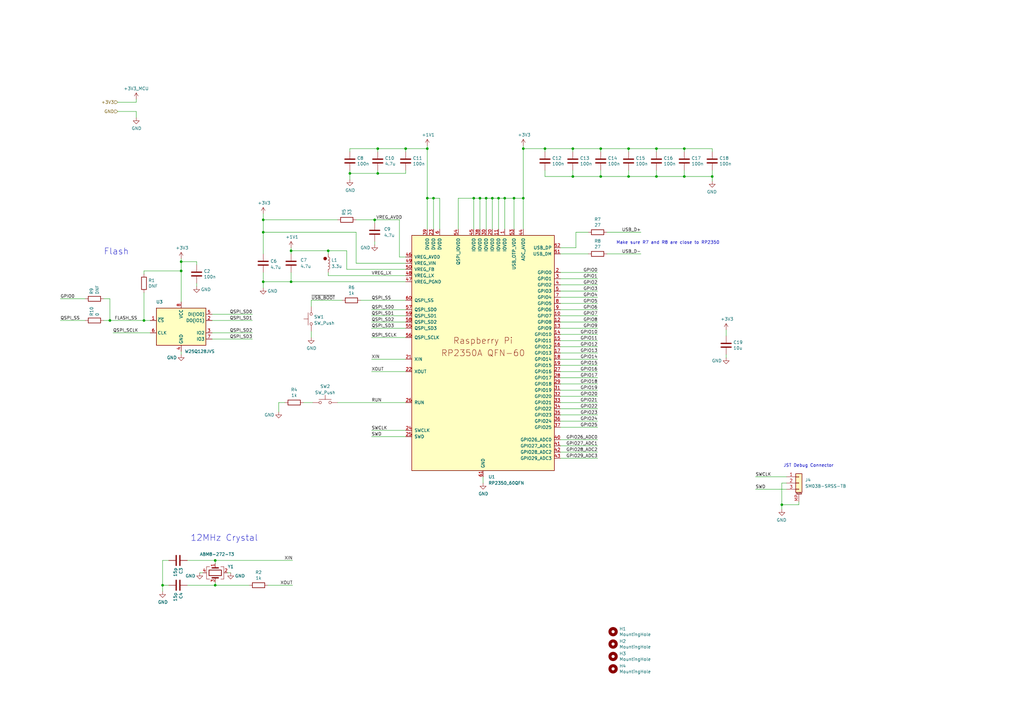
<source format=kicad_sch>
(kicad_sch (version 20250114) (generator "eeschema") (generator_version "9.0")
  (paper "A3")
  (title_block (title "RP2350A QFN-60 Minimal Design Example") (date "2024-07-01") (rev "REV3") (company "Raspberry Pi Ltd"))
  (lib_symbols
    (symbol "+3V3_1" (power) (pin_numbers (hide yes)) (pin_names (offset 0) (hide yes))
      (property "Value" "+3V3" (at 0 3.556 0))
      (symbol "+3V3_1_0_1"
        (polyline (pts (xy -0.762 1.27) (xy 0 2.54)))
        (polyline (pts (xy 0 2.54) (xy 0.762 1.27)))
        (polyline (pts (xy 0 0) (xy 0 2.54)))
      )
      (symbol "+3V3_1_1_1"
        (pin power_in line (at 0 0 90) (length 0) (name "~") (number "1"))
      )
    )
    (symbol "Connector_Generic_MountingPin:Conn_01x03_MountingPin" (pin_names (offset 1.016) (hide yes))
      (property "Reference" "J" (at 0 5.08 0))
      (property "Value" "Conn_01x03_MountingPin" (at 1.27 -5.08 0))
      (symbol "Conn_01x03_MountingPin_1_1"
        (rectangle (start -1.27 3.81) (end 1.27 -3.81) (stroke (width 0.254)) (fill (type background)))
        (rectangle (start -1.27 2.667) (end 0 2.413) (stroke (width 0.1524)))
        (rectangle (start -1.27 0.127) (end 0 -0.127) (stroke (width 0.1524)))
        (rectangle (start -1.27 -2.413) (end 0 -2.667) (stroke (width 0.1524)))
        (polyline (pts (xy -1.016 -4.572) (xy 1.016 -4.572)) (stroke (width 0.1524)))
        (text "Mounting" (at 0 -4.191 0) (effects (font (size 0.381 0.381))))
        (pin passive line (at -5.08 2.54 0) (length 3.81) (name "Pin_1") (number "1"))
        (pin passive line (at -5.08 0 0) (length 3.81) (name "Pin_2") (number "2"))
        (pin passive line (at -5.08 -2.54 0) (length 3.81) (name "Pin_3") (number "3"))
        (pin passive line (at 0 -7.62 90) (length 3.048) (name "MountPin") (number "MP"))
      )
    )
    (symbol "Device:C" (pin_numbers (hide yes)) (pin_names (offset 0.254))
      (property "Reference" "C" (at 0.635 2.54 0))
      (property "Value" "C" (at 0.635 -2.54 0))
      (symbol "C_0_1"
        (polyline (pts (xy -2.032 0.762) (xy 2.032 0.762)) (stroke (width 0.508)))
        (polyline (pts (xy -2.032 -0.762) (xy 2.032 -0.762)) (stroke (width 0.508)))
      )
      (symbol "C_1_1"
        (pin passive line (at 0 3.81 270) (length 2.794) (name "~") (number "1"))
        (pin passive line (at 0 -3.81 90) (length 2.794) (name "~") (number "2"))
      )
    )
    (symbol "Device:Crystal_GND24" (pin_names (offset 1.016) (hide yes))
      (property "Reference" "Y" (at 3.175 5.08 0))
      (property "Value" "Crystal_GND24" (at 3.175 3.175 0))
      (symbol "Crystal_GND24_0_1"
        (polyline (pts (xy -2.54 2.286) (xy -2.54 3.556) (xy 2.54 3.556) (xy 2.54 2.286)))
        (polyline (pts (xy -2.54 0) (xy -2.032 0)))
        (polyline (pts (xy -2.54 -2.286) (xy -2.54 -3.556) (xy 2.54 -3.556) (xy 2.54 -2.286)))
        (polyline (pts (xy -2.032 -1.27) (xy -2.032 1.27)) (stroke (width 0.508)))
        (rectangle (start -1.143 2.54) (end 1.143 -2.54) (stroke (width 0.3048)))
        (polyline (pts (xy 0 3.556) (xy 0 3.81)))
        (polyline (pts (xy 0 -3.81) (xy 0 -3.556)))
        (polyline (pts (xy 2.032 0) (xy 2.54 0)))
        (polyline (pts (xy 2.032 -1.27) (xy 2.032 1.27)) (stroke (width 0.508)))
      )
      (symbol "Crystal_GND24_1_1"
        (pin passive line (at -3.81 0 0) (length 1.27) (name "1") (number "1"))
        (pin passive line (at 0 5.08 270) (length 1.27) (name "2") (number "2"))
        (pin passive line (at 0 -5.08 90) (length 1.27) (name "4") (number "4"))
        (pin passive line (at 3.81 0 180) (length 1.27) (name "3") (number "3"))
      )
    )
    (symbol "Device:L" (pin_numbers (hide yes)) (pin_names (offset 1.016) (hide yes))
      (property "Reference" "L" (at -1.27 0 90))
      (property "Value" "L" (at 1.905 0 90))
      (symbol "L_0_1"
        (arc (start 0 2.54) (mid 0.6323 1.905) (end 0 1.27))
        (arc (start 0 1.27) (mid 0.6323 0.635) (end 0 0))
        (arc (start 0 0) (mid 0.6323 -0.635) (end 0 -1.27))
        (arc (start 0 -1.27) (mid 0.6323 -1.905) (end 0 -2.54))
      )
      (symbol "L_1_1"
        (pin passive line (at 0 3.81 270) (length 1.27) (name "1") (number "1"))
        (pin passive line (at 0 -3.81 90) (length 1.27) (name "2") (number "2"))
      )
    )
    (symbol "Device:R" (pin_numbers (hide yes)) (pin_names (offset 0))
      (property "Reference" "R" (at 2.032 0 90))
      (property "Value" "R" (at 0 0 90))
      (symbol "R_0_1"
        (rectangle (start -1.016 -2.54) (end 1.016 2.54) (stroke (width 0.254)))
      )
      (symbol "R_1_1"
        (pin passive line (at 0 3.81 270) (length 1.27) (name "~") (number "1"))
        (pin passive line (at 0 -3.81 90) (length 1.27) (name "~") (number "2"))
      )
    )
    (symbol "MCU_RaspberryPi_RP2350:RP2350_60QFN" (pin_names (offset 1.016))
      (property "Reference" "U" (at -29.21 49.53 0))
      (property "Value" "RP2350_60QFN" (at 24.13 -49.53 0))
      (symbol "RP2350_60QFN_0_0"
        (text "Raspberry Pi" (at 0 5.08 0) (effects (font (size 2.54 2.54))))
      )
      (symbol "RP2350_60QFN_0_1"
        (rectangle (start 29.21 48.26) (end -29.21 -48.26) (stroke (width 0.254)) (fill (type background)))
      )
      (symbol "RP2350_60QFN_1_0"
        (text "RP2350A QFN-60" (at 0 0 0) (effects (font (size 2.54 2.54))))
      )
      (symbol "RP2350_60QFN_1_1"
        (pin power_in line (at -31.75 39.37 0) (length 2.54) (name "VREG_AVDD") (number "46"))
        (pin power_in line (at -31.75 36.83 0) (length 2.54) (name "VREG_VIN") (number "49"))
        (pin input line (at -31.75 34.29 0) (length 2.54) (name "VREG_FB") (number "50"))
        (pin power_out line (at -31.75 31.75 0) (length 2.54) (name "VREG_LX") (number "48"))
        (pin power_in line (at -31.75 29.21 0) (length 2.54) (name "VREG_PGND") (number "47"))
        (pin bidirectional line (at -31.75 21.59 0) (length 2.54) (name "QSPI_SS") (number "60"))
        (pin bidirectional line (at -31.75 17.78 0) (length 2.54) (name "QSPI_SD0") (number "57"))
        (pin bidirectional line (at -31.75 15.24 0) (length 2.54) (name "QSPI_SD1") (number "59"))
        (pin bidirectional line (at -31.75 12.7 0) (length 2.54) (name "QSPI_SD2") (number "58"))
        (pin bidirectional line (at -31.75 10.16 0) (length 2.54) (name "QSPI_SD3") (number "55"))
        (pin output line (at -31.75 6.35 0) (length 2.54) (name "QSPI_SCLK") (number "56"))
        (pin input line (at -31.75 -2.54 0) (length 2.54) (name "XIN") (number "21"))
        (pin passive line (at -31.75 -7.62 0) (length 2.54) (name "XOUT") (number "22"))
        (pin input line (at -31.75 -20.32 0) (length 2.54) (name "RUN") (number "26"))
        (pin output line (at -31.75 -31.75 0) (length 2.54) (name "SWCLK") (number "24"))
        (pin bidirectional line (at -31.75 -34.29 0) (length 2.54) (name "SWD") (number "25"))
        (pin power_in line (at -22.86 50.8 270) (length 2.54) (name "DVDD") (number "39"))
        (pin power_in line (at -20.32 50.8 270) (length 2.54) (name "DVDD") (number "23"))
        (pin power_in line (at -17.78 50.8 270) (length 2.54) (name "DVDD") (number "6"))
        (pin power_in line (at -10.16 50.8 270) (length 2.54) (name "QSPI_IOVDD") (number "54"))
        (pin power_in line (at -3.81 50.8 270) (length 2.54) (name "IOVDD") (number "45"))
        (pin power_in line (at -1.27 50.8 270) (length 2.54) (name "IOVDD") (number "38"))
        (pin power_in line (at 0 -50.8 90) (length 2.54) (name "GND") (number "61"))
        (pin power_in line (at 1.27 50.8 270) (length 2.54) (name "IOVDD") (number "30"))
        (pin power_in line (at 3.81 50.8 270) (length 2.54) (name "IOVDD") (number "20"))
        (pin power_in line (at 6.35 50.8 270) (length 2.54) (name "IOVDD") (number "11"))
        (pin power_in line (at 8.89 50.8 270) (length 2.54) (name "IOVDD") (number "1"))
        (pin power_in line (at 12.7 50.8 270) (length 2.54) (name "USB_OTP_VDD") (number "53"))
        (pin power_in line (at 16.51 50.8 270) (length 2.54) (name "ADC_AVDD") (number "44"))
        (pin bidirectional line (at 31.75 43.18 180) (length 2.54) (name "USB_DP") (number "52"))
        (pin bidirectional line (at 31.75 40.64 180) (length 2.54) (name "USB_DM") (number "51"))
        (pin bidirectional line (at 31.75 33.02 180) (length 2.54) (name "GPIO0") (number "2"))
        (pin bidirectional line (at 31.75 30.48 180) (length 2.54) (name "GPIO1") (number "3"))
        (pin bidirectional line (at 31.75 27.94 180) (length 2.54) (name "GPIO2") (number "4"))
        (pin bidirectional line (at 31.75 25.4 180) (length 2.54) (name "GPIO3") (number "5"))
        (pin bidirectional line (at 31.75 22.86 180) (length 2.54) (name "GPIO4") (number "7"))
        (pin bidirectional line (at 31.75 20.32 180) (length 2.54) (name "GPIO5") (number "8"))
        (pin bidirectional line (at 31.75 17.78 180) (length 2.54) (name "GPIO6") (number "9"))
        (pin bidirectional line (at 31.75 15.24 180) (length 2.54) (name "GPIO7") (number "10"))
        (pin bidirectional line (at 31.75 12.7 180) (length 2.54) (name "GPIO8") (number "12"))
        (pin bidirectional line (at 31.75 10.16 180) (length 2.54) (name "GPIO9") (number "13"))
        (pin bidirectional line (at 31.75 7.62 180) (length 2.54) (name "GPIO10") (number "14"))
        (pin bidirectional line (at 31.75 5.08 180) (length 2.54) (name "GPIO11") (number "15"))
        (pin bidirectional line (at 31.75 2.54 180) (length 2.54) (name "GPIO12") (number "16"))
        (pin bidirectional line (at 31.75 0 180) (length 2.54) (name "GPIO13") (number "17"))
        (pin bidirectional line (at 31.75 -2.54 180) (length 2.54) (name "GPIO14") (number "18"))
        (pin bidirectional line (at 31.75 -5.08 180) (length 2.54) (name "GPIO15") (number "19"))
        (pin bidirectional line (at 31.75 -7.62 180) (length 2.54) (name "GPIO16") (number "27"))
        (pin bidirectional line (at 31.75 -10.16 180) (length 2.54) (name "GPIO17") (number "28"))
        (pin bidirectional line (at 31.75 -12.7 180) (length 2.54) (name "GPIO18") (number "29"))
        (pin bidirectional line (at 31.75 -15.24 180) (length 2.54) (name "GPIO19") (number "31"))
        (pin bidirectional line (at 31.75 -17.78 180) (length 2.54) (name "GPIO20") (number "32"))
        (pin bidirectional line (at 31.75 -20.32 180) (length 2.54) (name "GPIO21") (number "33"))
        (pin bidirectional line (at 31.75 -22.86 180) (length 2.54) (name "GPIO22") (number "34"))
        (pin bidirectional line (at 31.75 -25.4 180) (length 2.54) (name "GPIO23") (number "35"))
        (pin bidirectional line (at 31.75 -27.94 180) (length 2.54) (name "GPIO24") (number "36"))
        (pin bidirectional line (at 31.75 -30.48 180) (length 2.54) (name "GPIO25") (number "37"))
        (pin bidirectional line (at 31.75 -35.56 180) (length 2.54) (name "GPIO26_ADC0") (number "40"))
        (pin bidirectional line (at 31.75 -38.1 180) (length 2.54) (name "GPIO27_ADC1") (number "41"))
        (pin bidirectional line (at 31.75 -40.64 180) (length 2.54) (name "GPIO28_ADC2") (number "42"))
        (pin bidirectional line (at 31.75 -43.18 180) (length 2.54) (name "GPIO29_ADC3") (number "43"))
      )
    )
    (symbol "Mechanical:MountingHole" (pin_names (offset 1.016))
      (property "Reference" "H" (at 0 5.08 0))
      (property "Value" "MountingHole" (at 0 3.175 0))
      (symbol "MountingHole_0_1"
        (circle (center 0 0) (radius 1.27) (stroke (width 1.27)))
      )
    )
    (symbol "Memory_Flash:W25Q128JVS"
      (property "Reference" "U" (at -8.89 8.89 0))
      (property "Value" "W25Q128JVS" (at 7.62 8.89 0))
      (symbol "W25Q128JVS_0_1"
        (rectangle (start -10.16 7.62) (end 10.16 -7.62) (stroke (width 0.254)) (fill (type background)))
      )
      (symbol "W25Q128JVS_1_1"
        (pin input line (at -12.7 2.54 0) (length 2.54) (name "~{CS}") (number "1"))
        (pin input line (at -12.7 -2.54 0) (length 2.54) (name "CLK") (number "6"))
        (pin power_in line (at 0 10.16 270) (length 2.54) (name "VCC") (number "8"))
        (pin power_in line (at 0 -10.16 90) (length 2.54) (name "GND") (number "4"))
        (pin bidirectional line (at 12.7 5.08 180) (length 2.54) (name "DI(IO0)") (number "5"))
        (pin bidirectional line (at 12.7 2.54 180) (length 2.54) (name "DO(IO1)") (number "2"))
        (pin bidirectional line (at 12.7 -2.54 180) (length 2.54) (name "IO2") (number "3"))
        (pin bidirectional line (at 12.7 -5.08 180) (length 2.54) (name "IO3") (number "7"))
      )
    )
    (symbol "Switch:SW_Push" (pin_numbers (hide yes)) (pin_names (offset 1.016) (hide yes))
      (property "Reference" "SW" (at 1.27 2.54 0))
      (property "Value" "SW_Push" (at 0 -1.524 0))
      (symbol "SW_Push_0_1"
        (circle (center -2.032 0) (radius 0.508))
        (polyline (pts (xy 0 1.27) (xy 0 3.048)))
        (circle (center 2.032 0) (radius 0.508))
        (polyline (pts (xy 2.54 1.27) (xy -2.54 1.27)))
        (pin passive line (at -5.08 0 0) (length 2.54) (name "1") (number "1"))
        (pin passive line (at 5.08 0 180) (length 2.54) (name "2") (number "2"))
      )
    )
    (symbol "power:+1V1" (power) (pin_names (offset 0))
      (property "Value" "+1V1" (at 0 3.556 0))
      (symbol "+1V1_0_1"
        (polyline (pts (xy -0.762 1.27) (xy 0 2.54)))
        (polyline (pts (xy 0 2.54) (xy 0.762 1.27)))
        (polyline (pts (xy 0 0) (xy 0 2.54)))
      )
      (symbol "+1V1_1_1"
        (pin power_in line (at 0 0 90) (length 0) (hide yes) (name "+1V1") (number "1"))
      )
    )
    (symbol "power:+3V3" (power) (pin_names (offset 0))
      (property "Value" "+3V3" (at 0 3.556 0))
      (symbol "+3V3_0_1"
        (polyline (pts (xy -0.762 1.27) (xy 0 2.54)))
        (polyline (pts (xy 0 2.54) (xy 0.762 1.27)))
        (polyline (pts (xy 0 0) (xy 0 2.54)))
      )
      (symbol "+3V3_1_1"
        (pin power_in line (at 0 0 90) (length 0) (hide yes) (name "+3V3") (number "1"))
      )
    )
    (symbol "power:GND" (power) (pin_names (offset 0))
      (property "Value" "GND" (at 0 -3.81 0))
      (symbol "GND_0_1"
        (polyline (pts (xy 0 0) (xy 0 -1.27) (xy 1.27 -1.27) (xy 0 -2.54) (xy -1.27 -1.27) (xy 0 -1.27)))
      )
      (symbol "GND_1_1"
        (pin power_in line (at 0 0 270) (length 0) (hide yes) (name "GND") (number "1"))
      )
    )
  )
  (circle (center 133.35 106.045) (radius 0.635) (stroke (width 0) (color 132 0 0 1)) (fill (type color) (color 132 0 0 1)))
  (text "JST Debug Connector" (at 321.31 191.77 0) (effects (font (size 1.27 1.27)) (justify left bottom)))
  (text "Flash" (at 42.545 104.775 0) (effects (font (size 2.54 2.54)) (justify left bottom)))
  (text "Make sure R7 and R8 are close to RP2350\n" (at 252.73 100.33 0) (effects (font (size 1.27 1.27)) (justify left bottom)))
  (text "12MHz Crystal" (at 78.105 222.25 0) (effects (font (size 2.54 2.54)) (justify left bottom)))
  (junction (at 320.675 207.01))
  (junction (at 257.81 60.96))
  (junction (at 153.67 90.17))
  (junction (at 119.38 102.87))
  (junction (at 194.31 81.28))
  (junction (at 280.67 72.39))
  (junction (at 175.26 81.28))
  (junction (at 154.94 71.12))
  (junction (at 214.63 60.96))
  (junction (at 196.85 81.28))
  (junction (at 88.265 229.87))
  (junction (at 134.62 102.87))
  (junction (at 119.38 115.57))
  (junction (at 223.52 60.96))
  (junction (at 210.82 81.28))
  (junction (at 66.675 240.03))
  (junction (at 154.94 60.96))
  (junction (at 207.01 81.28))
  (junction (at 269.24 72.39))
  (junction (at 292.1 72.39))
  (junction (at 246.38 72.39))
  (junction (at 204.47 81.28))
  (junction (at 74.295 107.315))
  (junction (at 199.39 81.28))
  (junction (at 175.26 60.96))
  (junction (at 74.295 111.125))
  (junction (at 107.95 115.57))
  (junction (at 280.67 60.96))
  (junction (at 257.81 72.39))
  (junction (at 269.24 60.96))
  (junction (at 166.37 60.96))
  (junction (at 234.95 60.96))
  (junction (at 88.265 240.03))
  (junction (at 234.95 72.39))
  (junction (at 214.63 81.28))
  (junction (at 107.95 90.17))
  (junction (at 177.8 81.28))
  (junction (at 246.38 60.96))
  (junction (at 59.055 131.445))
  (junction (at 45.085 131.445))
  (junction (at 201.93 81.28))
  (junction (at 107.95 95.25))
  (junction (at 143.51 71.12))
  (wire (pts (xy 229.87 127) (xy 245.11 127)))
  (wire (pts (xy 153.67 100.33) (xy 153.67 99.06)))
  (wire (pts (xy 24.765 122.555) (xy 34.925 122.555)))
  (wire (pts (xy 146.05 95.25) (xy 146.05 107.95)))
  (wire (pts (xy 229.87 185.42) (xy 245.11 185.42)))
  (wire (pts (xy 320.675 198.12) (xy 320.675 207.01)))
  (wire (pts (xy 154.94 60.96) (xy 166.37 60.96)))
  (wire (pts (xy 229.87 129.54) (xy 245.11 129.54)))
  (wire (pts (xy 88.265 231.14) (xy 88.265 229.87)))
  (wire (pts (xy 234.95 62.23) (xy 234.95 60.96)))
  (wire (pts (xy 234.95 69.85) (xy 234.95 72.39)))
  (wire (pts (xy 163.83 90.17) (xy 163.83 105.41)))
  (wire (pts (xy 207.01 81.28) (xy 210.82 81.28)))
  (wire (pts (xy 154.94 62.23) (xy 154.94 60.96)))
  (wire (pts (xy 166.37 138.43) (xy 152.4 138.43)))
  (wire (pts (xy 154.94 71.12) (xy 166.37 71.12)))
  (wire (pts (xy 229.87 167.64) (xy 245.11 167.64)))
  (wire (pts (xy 229.87 111.76) (xy 245.11 111.76)))
  (wire (pts (xy 143.51 69.85) (xy 143.51 71.12)))
  (wire (pts (xy 153.67 90.17) (xy 163.83 90.17)))
  (wire (pts (xy 229.87 162.56) (xy 245.11 162.56)))
  (wire (pts (xy 246.38 62.23) (xy 246.38 60.96)))
  (wire (pts (xy 127.635 123.19) (xy 127.635 125.73)))
  (wire (pts (xy 166.37 176.53) (xy 152.4 176.53)))
  (wire (pts (xy 107.95 90.17) (xy 107.95 95.25)))
  (wire (pts (xy 223.52 62.23) (xy 223.52 60.96)))
  (wire (pts (xy 88.265 240.03) (xy 102.235 240.03)))
  (wire (pts (xy 223.52 69.85) (xy 223.52 72.39)))
  (wire (pts (xy 107.95 95.25) (xy 146.05 95.25)))
  (wire (pts (xy 107.95 95.25) (xy 107.95 104.14)))
  (wire (pts (xy 48.26 41.91) (xy 55.88 41.91)))
  (wire (pts (xy 66.675 240.03) (xy 66.675 242.57)))
  (wire (pts (xy 199.39 93.98) (xy 199.39 81.28)))
  (wire (pts (xy 187.96 93.98) (xy 187.96 81.28)))
  (wire (pts (xy 46.355 136.525) (xy 61.595 136.525)))
  (wire (pts (xy 74.295 106.045) (xy 74.295 107.315)))
  (wire (pts (xy 66.675 229.87) (xy 66.675 240.03)))
  (wire (pts (xy 210.82 81.28) (xy 214.63 81.28)))
  (wire (pts (xy 257.81 60.96) (xy 269.24 60.96)))
  (wire (pts (xy 69.215 229.87) (xy 66.675 229.87)))
  (wire (pts (xy 153.67 90.17) (xy 153.67 91.44)))
  (wire (pts (xy 269.24 72.39) (xy 257.81 72.39)))
  (wire (pts (xy 229.87 175.26) (xy 245.11 175.26)))
  (wire (pts (xy 42.545 122.555) (xy 45.085 122.555)))
  (wire (pts (xy 201.93 81.28) (xy 204.47 81.28)))
  (wire (pts (xy 234.95 72.39) (xy 223.52 72.39)))
  (wire (pts (xy 269.24 69.85) (xy 269.24 72.39)))
  (wire (pts (xy 175.26 60.96) (xy 175.26 81.28)))
  (wire (pts (xy 196.85 81.28) (xy 199.39 81.28)))
  (wire (pts (xy 229.87 139.7) (xy 245.11 139.7)))
  (wire (pts (xy 201.93 93.98) (xy 201.93 81.28)))
  (wire (pts (xy 59.055 111.125) (xy 74.295 111.125)))
  (wire (pts (xy 146.05 107.95) (xy 166.37 107.95)))
  (wire (pts (xy 199.39 81.28) (xy 201.93 81.28)))
  (wire (pts (xy 107.95 87.63) (xy 107.95 90.17)))
  (wire (pts (xy 107.95 115.57) (xy 119.38 115.57)))
  (wire (pts (xy 229.87 132.08) (xy 245.11 132.08)))
  (wire (pts (xy 116.84 165.1) (xy 114.3 165.1)))
  (wire (pts (xy 234.95 60.96) (xy 246.38 60.96)))
  (wire (pts (xy 59.055 112.395) (xy 59.055 111.125)))
  (wire (pts (xy 119.38 104.14) (xy 119.38 102.87)))
  (wire (pts (xy 229.87 114.3) (xy 245.11 114.3)))
  (wire (pts (xy 86.995 139.065) (xy 103.505 139.065)))
  (wire (pts (xy 166.37 123.19) (xy 147.955 123.19)))
  (wire (pts (xy 48.26 45.72) (xy 55.88 45.72)))
  (wire (pts (xy 143.51 62.23) (xy 143.51 60.96)))
  (wire (pts (xy 55.88 45.72) (xy 55.88 48.26)))
  (wire (pts (xy 107.95 111.76) (xy 107.95 115.57)))
  (wire (pts (xy 327.66 205.74) (xy 327.66 207.01)))
  (wire (pts (xy 166.37 110.49) (xy 142.24 110.49)))
  (wire (pts (xy 59.055 120.015) (xy 59.055 131.445)))
  (wire (pts (xy 74.295 144.145) (xy 74.295 145.415)))
  (wire (pts (xy 229.87 172.72) (xy 245.11 172.72)))
  (wire (pts (xy 140.335 123.19) (xy 127.635 123.19)))
  (wire (pts (xy 309.88 200.66) (xy 322.58 200.66)))
  (wire (pts (xy 229.87 187.96) (xy 245.11 187.96)))
  (wire (pts (xy 248.92 104.14) (xy 262.89 104.14)))
  (wire (pts (xy 175.26 81.28) (xy 175.26 93.98)))
  (wire (pts (xy 59.055 131.445) (xy 61.595 131.445)))
  (wire (pts (xy 214.63 81.28) (xy 214.63 93.98)))
  (wire (pts (xy 119.38 101.6) (xy 119.38 102.87)))
  (wire (pts (xy 109.855 240.03) (xy 120.015 240.03)))
  (wire (pts (xy 76.835 240.03) (xy 88.265 240.03)))
  (wire (pts (xy 119.38 115.57) (xy 166.37 115.57)))
  (wire (pts (xy 107.95 115.57) (xy 107.95 118.11)))
  (wire (pts (xy 69.215 240.03) (xy 66.675 240.03)))
  (wire (pts (xy 107.95 90.17) (xy 138.43 90.17)))
  (wire (pts (xy 74.295 111.125) (xy 74.295 123.825)))
  (wire (pts (xy 143.51 71.12) (xy 143.51 73.66)))
  (wire (pts (xy 204.47 81.28) (xy 207.01 81.28)))
  (wire (pts (xy 24.765 131.445) (xy 34.925 131.445)))
  (wire (pts (xy 229.87 170.18) (xy 245.11 170.18)))
  (wire (pts (xy 154.94 69.85) (xy 154.94 71.12)))
  (wire (pts (xy 269.24 60.96) (xy 280.67 60.96)))
  (wire (pts (xy 74.295 107.315) (xy 74.295 111.125)))
  (wire (pts (xy 292.1 69.85) (xy 292.1 72.39)))
  (wire (pts (xy 42.545 131.445) (xy 45.085 131.445)))
  (wire (pts (xy 86.995 136.525) (xy 103.505 136.525)))
  (wire (pts (xy 152.4 147.32) (xy 166.37 147.32)))
  (wire (pts (xy 198.12 195.58) (xy 198.12 198.12)))
  (wire (pts (xy 152.4 132.08) (xy 166.37 132.08)))
  (wire (pts (xy 81.915 234.95) (xy 83.185 234.95)))
  (wire (pts (xy 180.34 81.28) (xy 180.34 93.98)))
  (wire (pts (xy 194.31 93.98) (xy 194.31 81.28)))
  (wire (pts (xy 229.87 182.88) (xy 245.11 182.88)))
  (wire (pts (xy 229.87 116.84) (xy 245.11 116.84)))
  (wire (pts (xy 143.51 60.96) (xy 154.94 60.96)))
  (wire (pts (xy 142.24 110.49) (xy 142.24 102.87)))
  (wire (pts (xy 80.645 107.315) (xy 74.295 107.315)))
  (wire (pts (xy 229.87 137.16) (xy 245.11 137.16)))
  (wire (pts (xy 280.67 62.23) (xy 280.67 60.96)))
  (wire (pts (xy 152.4 127) (xy 166.37 127)))
  (wire (pts (xy 236.22 95.25) (xy 236.22 101.6)))
  (wire (pts (xy 229.87 144.78) (xy 245.11 144.78)))
  (wire (pts (xy 257.81 69.85) (xy 257.81 72.39)))
  (wire (pts (xy 214.63 59.69) (xy 214.63 60.96)))
  (wire (pts (xy 257.81 62.23) (xy 257.81 60.96)))
  (wire (pts (xy 229.87 154.94) (xy 245.11 154.94)))
  (wire (pts (xy 146.05 90.17) (xy 153.67 90.17)))
  (wire (pts (xy 152.4 129.54) (xy 166.37 129.54)))
  (wire (pts (xy 152.4 134.62) (xy 166.37 134.62)))
  (wire (pts (xy 269.24 62.23) (xy 269.24 60.96)))
  (wire (pts (xy 229.87 134.62) (xy 245.11 134.62)))
  (wire (pts (xy 124.46 165.1) (xy 128.27 165.1)))
  (wire (pts (xy 127.635 135.89) (xy 127.635 138.43)))
  (wire (pts (xy 280.67 72.39) (xy 269.24 72.39)))
  (wire (pts (xy 80.645 108.585) (xy 80.645 107.315)))
  (wire (pts (xy 297.815 135.255) (xy 297.815 137.795)))
  (wire (pts (xy 166.37 60.96) (xy 175.26 60.96)))
  (wire (pts (xy 229.87 160.02) (xy 245.11 160.02)))
  (wire (pts (xy 246.38 60.96) (xy 257.81 60.96)))
  (wire (pts (xy 257.81 72.39) (xy 246.38 72.39)))
  (wire (pts (xy 214.63 60.96) (xy 223.52 60.96)))
  (wire (pts (xy 134.62 113.03) (xy 166.37 113.03)))
  (wire (pts (xy 119.38 111.76) (xy 119.38 115.57)))
  (wire (pts (xy 229.87 149.86) (xy 245.11 149.86)))
  (wire (pts (xy 119.38 102.87) (xy 134.62 102.87)))
  (wire (pts (xy 246.38 69.85) (xy 246.38 72.39)))
  (wire (pts (xy 166.37 179.07) (xy 152.4 179.07)))
  (wire (pts (xy 55.88 40.64) (xy 55.88 41.91)))
  (wire (pts (xy 236.22 95.25) (xy 241.3 95.25)))
  (wire (pts (xy 177.8 81.28) (xy 180.34 81.28)))
  (wire (pts (xy 93.345 234.95) (xy 94.615 234.95)))
  (wire (pts (xy 196.85 93.98) (xy 196.85 81.28)))
  (wire (pts (xy 320.675 207.01) (xy 327.66 207.01)))
  (wire (pts (xy 229.87 165.1) (xy 245.11 165.1)))
  (wire (pts (xy 248.92 95.25) (xy 262.89 95.25)))
  (wire (pts (xy 210.82 93.98) (xy 210.82 81.28)))
  (wire (pts (xy 175.26 59.69) (xy 175.26 60.96)))
  (wire (pts (xy 309.88 195.58) (xy 322.58 195.58)))
  (wire (pts (xy 229.87 119.38) (xy 245.11 119.38)))
  (wire (pts (xy 280.67 72.39) (xy 292.1 72.39)))
  (wire (pts (xy 292.1 72.39) (xy 292.1 74.295)))
  (wire (pts (xy 134.62 113.03) (xy 134.62 111.76)))
  (wire (pts (xy 229.87 157.48) (xy 245.11 157.48)))
  (wire (pts (xy 45.085 122.555) (xy 45.085 131.445)))
  (wire (pts (xy 229.87 180.34) (xy 245.11 180.34)))
  (wire (pts (xy 280.67 60.96) (xy 292.1 60.96)))
  (wire (pts (xy 194.31 81.28) (xy 196.85 81.28)))
  (wire (pts (xy 204.47 93.98) (xy 204.47 81.28)))
  (wire (pts (xy 229.87 152.4) (xy 245.11 152.4)))
  (wire (pts (xy 134.62 102.87) (xy 134.62 104.14)))
  (wire (pts (xy 229.87 147.32) (xy 245.11 147.32)))
  (wire (pts (xy 45.085 131.445) (xy 59.055 131.445)))
  (wire (pts (xy 166.37 62.23) (xy 166.37 60.96)))
  (wire (pts (xy 229.87 101.6) (xy 236.22 101.6)))
  (wire (pts (xy 246.38 72.39) (xy 234.95 72.39)))
  (wire (pts (xy 143.51 71.12) (xy 154.94 71.12)))
  (wire (pts (xy 187.96 81.28) (xy 194.31 81.28)))
  (wire (pts (xy 177.8 81.28) (xy 175.26 81.28)))
  (wire (pts (xy 207.01 81.28) (xy 207.01 93.98)))
  (wire (pts (xy 322.58 198.12) (xy 320.675 198.12)))
  (wire (pts (xy 88.265 229.87) (xy 120.015 229.87)))
  (wire (pts (xy 229.87 104.14) (xy 241.3 104.14)))
  (wire (pts (xy 142.24 102.87) (xy 134.62 102.87)))
  (wire (pts (xy 114.3 165.1) (xy 114.3 168.91)))
  (wire (pts (xy 88.265 238.76) (xy 88.265 240.03)))
  (wire (pts (xy 229.87 124.46) (xy 245.11 124.46)))
  (wire (pts (xy 229.87 142.24) (xy 245.11 142.24)))
  (wire (pts (xy 214.63 60.96) (xy 214.63 81.28)))
  (wire (pts (xy 229.87 121.92) (xy 245.11 121.92)))
  (wire (pts (xy 163.83 105.41) (xy 166.37 105.41)))
  (wire (pts (xy 297.815 145.415) (xy 297.815 146.685)))
  (wire (pts (xy 86.995 128.905) (xy 103.505 128.905)))
  (wire (pts (xy 223.52 60.96) (xy 234.95 60.96)))
  (wire (pts (xy 166.37 152.4) (xy 152.4 152.4)))
  (wire (pts (xy 320.675 207.01) (xy 320.675 208.915)))
  (wire (pts (xy 292.1 62.23) (xy 292.1 60.96)))
  (wire (pts (xy 76.835 229.87) (xy 88.265 229.87)))
  (wire (pts (xy 86.995 131.445) (xy 103.505 131.445)))
  (wire (pts (xy 166.37 71.12) (xy 166.37 69.85)))
  (wire (pts (xy 177.8 93.98) (xy 177.8 81.28)))
  (wire (pts (xy 138.43 165.1) (xy 166.37 165.1)))
  (wire (pts (xy 280.67 69.85) (xy 280.67 72.39)))
  (wire (pts (xy 80.645 116.205) (xy 80.645 117.475)))
  (label "XIN" (at 152.4 147.32 0))
  (label "USB_D+" (at 262.89 95.25 180))
  (label "GPIO26_ADC0" (at 245.11 180.34 180))
  (label "QSPI_SS" (at 24.765 131.445 0))
  (label "XOUT" (at 152.4 152.4 0))
  (label "GPIO2" (at 245.11 116.84 180))
  (label "GPIO1" (at 245.11 114.3 180))
  (label "GPIO0" (at 24.765 122.555 0))
  (label "QSPI_SD2" (at 103.505 136.525 180))
  (label "FLASH_SS" (at 46.99 131.445 0))
  (label "GPIO0" (at 245.11 111.76 180))
  (label "GPIO14" (at 245.11 147.32 180))
  (label "RUN" (at 152.4 165.1 0))
  (label "QSPI_SD0" (at 152.4 127 0))
  (label "QSPI_SD0" (at 103.505 128.905 180))
  (label "QSPI_SS" (at 152.4 123.19 0))
  (label "SWCLK" (at 152.4 176.53 0))
  (label "GPIO25" (at 245.11 175.26 180))
  (label "SWCLK" (at 309.88 195.58 0))
  (label "QSPI_SD3" (at 103.505 139.065 180))
  (label "GPIO24" (at 245.11 172.72 180))
  (label "GPIO4" (at 245.11 121.92 180))
  (label "XOUT" (at 120.015 240.03 180))
  (label "GPIO5" (at 245.11 124.46 180))
  (label "QSPI_SD2" (at 152.4 132.08 0))
  (label "GPIO19" (at 245.11 160.02 180))
  (label "USB_D-" (at 262.89 104.14 180))
  (label "GPIO8" (at 245.11 132.08 180))
  (label "~{USB_BOOT}" (at 127.635 123.19 0))
  (label "XIN" (at 120.015 229.87 180))
  (label "GPIO10" (at 245.11 137.16 180))
  (label "VREG_AVDD" (at 154.305 90.17 0))
  (label "GPIO18" (at 245.11 157.48 180))
  (label "GPIO9" (at 245.11 134.62 180))
  (label "GPIO20" (at 245.11 162.56 180))
  (label "GPIO12" (at 245.11 142.24 180))
  (label "GPIO22" (at 245.11 167.64 180))
  (label "QSPI_SD1" (at 152.4 129.54 0))
  (label "QSPI_SCLK" (at 152.4 138.43 0))
  (label "QSPI_SCLK" (at 46.355 136.525 0))
  (label "GPIO13" (at 245.11 144.78 180))
  (label "GPIO17" (at 245.11 154.94 180))
  (label "GPIO29_ADC3" (at 245.11 187.96 180))
  (label "GPIO28_ADC2" (at 245.11 185.42 180))
  (label "SWD" (at 309.88 200.66 0))
  (label "GPIO27_ADC1" (at 245.11 182.88 180))
  (label "GPIO3" (at 245.11 119.38 180))
  (label "GPIO11" (at 245.11 139.7 180))
  (label "QSPI_SD1" (at 103.505 131.445 180))
  (label "VREG_LX" (at 152.4 113.03 0))
  (label "SWD" (at 152.4 179.07 0))
  (label "GPIO7" (at 245.11 129.54 180))
  (label "GPIO6" (at 245.11 127 180))
  (label "GPIO15" (at 245.11 149.86 180))
  (label "GPIO21" (at 245.11 165.1 180))
  (label "GPIO16" (at 245.11 152.4 180))
  (label "QSPI_SD3" (at 152.4 134.62 0))
  (label "GPIO23" (at 245.11 170.18 180))
  (hierarchical_label "+3V3" (shape input) (at 48.26 41.91 180))
  (hierarchical_label "GND" (shape input) (at 48.26 45.72 180))
  (symbol (lib_id "Memory_Flash:W25Q128JVS") (at 74.295 133.985 0) (unit 1)
    (property "Reference" "U3" (at 65.405 123.825 0))
    (property "Value" "W25Q128JVS" (at 81.915 144.145 0))
    (property "Footprint" "Package_SO:SOIC-8_5.23x5.23mm_P1.27mm" (effects (hide yes)))
    (property "Datasheet" "http://www.winbond.com/resource-files/w25q128jv_dtr%20revc%2003272018%20plus.pdf" (effects (hide yes)))
  )
  (symbol (lib_id "power:+3V3") (at 74.295 106.045 0) (unit 1)
    (property "Reference" "#PWR04" (effects (hide yes)))
    (property "Value" "+3V3" (at 74.676 101.6508 0))
  )
  (symbol (lib_id "power:GND") (at 74.295 145.415 0) (unit 1)
    (property "Reference" "#PWR05" (effects (hide yes)))
    (property "Value" "GND" (at 70.485 146.685 0))
  )
  (symbol (lib_id "Device:R") (at 59.055 116.205 0) (unit 1)
    (property "Reference" "R1" (at 60.833 115.0366 0) (effects (justify left)))
    (property "Value" "DNF" (at 60.833 117.348 0) (effects (justify left)))
    (property "Footprint" "Resistor_SMD:R_0402_1005Metric" (effects (hide yes)))
  )
  (symbol (lib_id "Device:C") (at 80.645 112.395 0) (unit 1)
    (property "Reference" "C2" (at 83.566 111.2266 0) (effects (justify left)))
    (property "Value" "100n" (at 83.566 113.538 0) (effects (justify left)))
    (property "Footprint" "Capacitor_SMD:C_0402_1005Metric" (effects (hide yes)))
  )
  (symbol (lib_id "power:GND") (at 80.645 117.475 0) (unit 1)
    (property "Reference" "#PWR06" (effects (hide yes)))
    (property "Value" "GND" (at 84.455 118.745 0))
  )
  (symbol (lib_id "power:GND") (at 198.12 198.12 0) (unit 1)
    (property "Reference" "#PWR021" (effects (hide yes)))
    (property "Value" "GND" (at 198.247 202.5142 0))
  )
  (symbol (lib_id "Device:R") (at 245.11 95.25 270) (unit 1)
    (property "Reference" "R7" (at 245.11 89.9922 90))
    (property "Value" "27" (at 245.11 92.3036 90))
    (property "Footprint" "Resistor_SMD:R_0402_1005Metric" (effects (hide yes)))
  )
  (symbol (lib_id "Device:R") (at 245.11 104.14 270) (unit 1)
    (property "Reference" "R8" (at 245.11 98.8822 90))
    (property "Value" "27" (at 245.11 101.1936 90))
    (property "Footprint" "Resistor_SMD:R_0402_1005Metric" (effects (hide yes)))
  )
  (symbol (lib_id "power:+3V3") (at 214.63 59.69 0) (unit 1)
    (property "Reference" "#PWR022" (effects (hide yes)))
    (property "Value" "+3V3" (at 215.011 55.2958 0))
  )
  (symbol (lib_id "Device:C") (at 223.52 66.04 0) (unit 1)
    (property "Reference" "C12" (at 226.441 64.8716 0) (effects (justify left)))
    (property "Value" "100n" (at 226.441 67.183 0) (effects (justify left)))
    (property "Footprint" "Capacitor_SMD:C_0402_1005Metric" (effects (hide yes)))
  )
  (symbol (lib_id "Device:C") (at 234.95 66.04 0) (unit 1)
    (property "Reference" "C13" (at 237.871 64.8716 0) (effects (justify left)))
    (property "Value" "100n" (at 237.871 67.183 0) (effects (justify left)))
    (property "Footprint" "Capacitor_SMD:C_0402_1005Metric" (effects (hide yes)))
  )
  (symbol (lib_id "Device:C") (at 246.38 66.04 0) (unit 1)
    (property "Reference" "C14" (at 249.301 64.8716 0) (effects (justify left)))
    (property "Value" "100n" (at 249.301 67.183 0) (effects (justify left)))
    (property "Footprint" "Capacitor_SMD:C_0402_1005Metric" (effects (hide yes)))
  )
  (symbol (lib_id "Device:C") (at 257.81 66.04 0) (unit 1)
    (property "Reference" "C15" (at 260.731 64.8716 0) (effects (justify left)))
    (property "Value" "100n" (at 260.731 67.183 0) (effects (justify left)))
    (property "Footprint" "Capacitor_SMD:C_0402_1005Metric" (effects (hide yes)))
  )
  (symbol (lib_id "Device:C") (at 269.24 66.04 0) (unit 1)
    (property "Reference" "C16" (at 272.161 64.8716 0) (effects (justify left)))
    (property "Value" "100n" (at 272.161 67.183 0) (effects (justify left)))
    (property "Footprint" "Capacitor_SMD:C_0402_1005Metric" (effects (hide yes)))
  )
  (symbol (lib_id "Device:C") (at 280.67 66.04 0) (unit 1)
    (property "Reference" "C17" (at 283.591 64.8716 0) (effects (justify left)))
    (property "Value" "100n" (at 283.591 67.183 0) (effects (justify left)))
    (property "Footprint" "Capacitor_SMD:C_0402_1005Metric" (effects (hide yes)))
  )
  (symbol (lib_id "Mechanical:MountingHole") (at 251.46 259.08 0) (unit 1)
    (property "Reference" "H1" (at 254 257.9116 0) (effects (justify left)))
    (property "Value" "MountingHole" (at 254 260.223 0) (effects (justify left)))
    (property "Footprint" "MountingHole:MountingHole_2.7mm_M2.5" (effects (hide yes)))
  )
  (symbol (lib_id "Mechanical:MountingHole") (at 251.46 264.16 0) (unit 1)
    (property "Reference" "H2" (at 254 262.9916 0) (effects (justify left)))
    (property "Value" "MountingHole" (at 254 265.303 0) (effects (justify left)))
    (property "Footprint" "MountingHole:MountingHole_2.7mm_M2.5" (effects (hide yes)))
  )
  (symbol (lib_id "Mechanical:MountingHole") (at 251.46 269.24 0) (unit 1)
    (property "Reference" "H3" (at 254 268.0716 0) (effects (justify left)))
    (property "Value" "MountingHole" (at 254 270.383 0) (effects (justify left)))
    (property "Footprint" "MountingHole:MountingHole_2.7mm_M2.5" (effects (hide yes)))
  )
  (symbol (lib_id "Mechanical:MountingHole") (at 251.46 274.32 0) (unit 1)
    (property "Reference" "H4" (at 254 273.1516 0) (effects (justify left)))
    (property "Value" "MountingHole" (at 254 275.463 0) (effects (justify left)))
    (property "Footprint" "MountingHole:MountingHole_2.7mm_M2.5" (effects (hide yes)))
  )
  (symbol (lib_id "power:+3V3") (at 297.815 135.255 0) (unit 1)
    (property "Reference" "#PWR027" (effects (hide yes)))
    (property "Value" "+3V3" (at 298.196 130.8608 0))
  )
  (symbol (lib_id "Device:C") (at 297.815 141.605 0) (unit 1)
    (property "Reference" "C19" (at 300.736 140.4366 0) (effects (justify left)))
    (property "Value" "10u" (at 300.736 142.748 0) (effects (justify left)))
    (property "Footprint" "Capacitor_SMD:C_0805_2012Metric" (effects (hide yes)))
  )
  (symbol (lib_id "power:GND") (at 297.815 146.685 0) (unit 1)
    (property "Reference" "#PWR028" (effects (hide yes)))
    (property "Value" "GND" (at 294.005 147.955 0))
  )
  (symbol (lib_id "power:+3V3") (at 107.95 87.63 0) (unit 1)
    (property "Reference" "#PWR013" (effects (hide yes)))
    (property "Value" "+3V3" (at 108.331 83.2358 0))
  )
  (symbol (lib_name "+3V3_1") (lib_id "power:+3V3") (at 55.88 40.64 0) (unit 1)
    (property "Reference" "#PWR01" (effects (hide yes)))
    (property "Value" "+3V3_MCU" (at 55.88 36.322 0))
    (property "Description" "Power symbol creates a global label with name \"+3V3\"" (effects (hide yes)))
  )
  (symbol (lib_id "Device:C") (at 166.37 66.04 0) (unit 1)
    (property "Reference" "C11" (at 169.291 64.8716 0) (effects (justify left)))
    (property "Value" "100n" (at 169.291 67.183 0) (effects (justify left)))
    (property "Footprint" "Capacitor_SMD:C_0402_1005Metric" (effects (hide yes)))
  )
  (symbol (lib_id "Device:R") (at 120.65 165.1 270) (unit 1)
    (property "Reference" "R4" (at 120.65 159.8422 90))
    (property "Value" "1k" (at 120.65 162.1536 90))
    (property "Footprint" "Resistor_SMD:R_0402_1005Metric" (effects (hide yes)))
  )
  (symbol (lib_id "power:GND") (at 127.635 138.43 0) (unit 1)
    (property "Reference" "#PWR017" (effects (hide yes)))
    (property "Value" "GND" (at 127.762 142.8242 0))
  )
  (symbol (lib_id "power:GND") (at 153.67 100.33 0) (unit 1)
    (property "Reference" "#PWR019" (effects (hide yes)))
    (property "Value" "GND" (at 149.86 101.6 0))
  )
  (symbol (lib_id "MCU_RaspberryPi_RP2350:RP2350_60QFN") (at 198.12 144.78 0) (unit 1)
    (property "Reference" "U1" (at 200.3141 195.58 0) (effects (justify left)))
    (property "Value" "RP2350_60QFN" (at 200.3141 198.12 0) (effects (justify left)))
    (property "Footprint" "RP2350_60QFN_minimal:RP2350-QFN-60-1EP_7x7_P0.4mm_EP3.4x3.4mm_ThermalVias" (effects (hide yes)))
  )
  (symbol (lib_id "Device:C") (at 292.1 66.04 0) (unit 1)
    (property "Reference" "C18" (at 295.021 64.8716 0) (effects (justify left)))
    (property "Value" "100n" (at 295.021 67.183 0) (effects (justify left)))
    (property "Footprint" "Capacitor_SMD:C_0402_1005Metric" (effects (hide yes)))
  )
  (symbol (lib_id "power:GND") (at 66.675 242.57 0) (unit 1)
    (property "Reference" "#PWR07" (effects (hide yes)))
    (property "Value" "GND" (at 66.802 246.9642 0))
  )
  (symbol (lib_id "Switch:SW_Push") (at 133.35 165.1 0) (unit 1)
    (property "Reference" "SW2" (at 133.35 158.4792 0))
    (property "Value" "SW_Push" (at 133.35 161.0161 0))
    (property "Footprint" "Button_Switch_SMD:SW_Push_1P1T_NO_Vertical_Wuerth_434133025816" (effects (hide yes)))
  )
  (symbol (lib_id "Device:R") (at 144.145 123.19 270) (unit 1)
    (property "Reference" "R6" (at 144.145 117.9322 90))
    (property "Value" "1k" (at 144.145 120.2436 90))
    (property "Footprint" "Resistor_SMD:R_0402_1005Metric" (effects (hide yes)))
  )
  (symbol (lib_id "power:GND") (at 55.88 48.26 0) (unit 1)
    (property "Reference" "#PWR02" (effects (hide yes)))
    (property "Value" "GND" (at 56.007 52.6542 0))
  )
  (symbol (lib_id "Device:R") (at 142.24 90.17 90) (unit 1)
    (property "Reference" "R5" (at 141.0716 88.392 0) (effects (justify left)))
    (property "Value" "33" (at 143.383 88.392 0) (effects (justify left)))
    (property "Footprint" "Resistor_SMD:R_0402_1005Metric" (effects (hide yes)))
  )
  (symbol (lib_id "Device:C") (at 107.95 107.95 0) (unit 1)
    (property "Reference" "C6" (at 110.871 107.1153 0) (effects (justify left)))
    (property "Value" "4.7u" (at 110.871 109.6522 0) (effects (justify left)))
    (property "Footprint" "RP2350_60QFN_minimal:C_0402_1005Metric_small_pads" (effects (hide yes)))
  )
  (symbol (lib_id "power:GND") (at 94.615 234.95 0) (unit 1)
    (property "Reference" "#PWR012" (effects (hide yes)))
    (property "Value" "GND" (at 98.425 236.22 0))
  )
  (symbol (lib_id "power:GND") (at 320.675 208.915 0) (mirror y) (unit 1)
    (property "Reference" "#PWR031" (effects (hide yes)))
    (property "Value" "GND" (at 320.548 213.3092 0))
  )
  (symbol (lib_id "power:GND") (at 143.51 73.66 0) (unit 1)
    (property "Reference" "#PWR018" (effects (hide yes)))
    (property "Value" "GND" (at 143.637 78.0542 0))
  )
  (symbol (lib_id "Device:C") (at 73.025 240.03 270) (unit 1)
    (property "Reference" "C4" (at 74.1934 242.951 0) (effects (justify left)))
    (property "Value" "15p" (at 71.882 242.951 0) (effects (justify left)))
    (property "Footprint" "Capacitor_SMD:C_0402_1005Metric" (effects (hide yes)))
  )
  (symbol (lib_id "Device:C") (at 119.38 107.95 0) (unit 1)
    (property "Reference" "C7" (at 123.19 106.68 0) (effects (justify left)))
    (property "Value" "4.7u" (at 123.19 109.22 0) (effects (justify left)))
    (property "Footprint" "RP2350_60QFN_minimal:C_0402_1005Metric_small_pads" (effects (hide yes)))
  )
  (symbol (lib_id "Device:C") (at 153.67 95.25 0) (unit 1)
    (property "Reference" "C9" (at 157.48 93.98 0) (effects (justify left)))
    (property "Value" "4.7u" (at 157.48 96.52 0) (effects (justify left)))
    (property "Footprint" "Capacitor_SMD:C_0402_1005Metric" (effects (hide yes)))
  )
  (symbol (lib_id "power:+1V1") (at 175.26 59.69 0) (unit 1)
    (property "Reference" "#PWR020" (effects (hide yes)))
    (property "Value" "+1V1" (at 175.641 55.2958 0))
  )
  (symbol (lib_id "Connector_Generic_MountingPin:Conn_01x03_MountingPin") (at 327.66 198.12 0) (unit 1)
    (property "Reference" "J4" (at 330.2 196.85 0) (effects (justify left)))
    (property "Value" "SM03B-SRSS-TB" (at 330.2 199.39 0) (effects (justify left)))
    (property "Footprint" "Connector_JST:JST_SH_SM03B-SRSS-TB_1x03-1MP_P1.00mm_Horizontal" (effects (hide yes)))
  )
  (symbol (lib_id "Device:R") (at 106.045 240.03 270) (unit 1)
    (property "Reference" "R2" (at 106.045 234.7722 90))
    (property "Value" "1k" (at 106.045 237.0836 90))
    (property "Footprint" "Resistor_SMD:R_0402_1005Metric" (effects (hide yes)))
  )
  (symbol (lib_id "Device:C") (at 143.51 66.04 0) (unit 1)
    (property "Reference" "C8" (at 146.431 64.8716 0) (effects (justify left)))
    (property "Value" "100n" (at 146.431 67.183 0) (effects (justify left)))
    (property "Footprint" "Capacitor_SMD:C_0402_1005Metric" (effects (hide yes)))
  )
  (symbol (lib_id "Switch:SW_Push") (at 127.635 130.81 90) (unit 1)
    (property "Reference" "SW1" (at 128.778 129.9753 90) (effects (justify right)))
    (property "Value" "SW_Push" (at 128.778 132.5122 90) (effects (justify right)))
    (property "Footprint" "Button_Switch_SMD:SW_Push_1P1T_NO_Vertical_Wuerth_434133025816" (effects (hide yes)))
  )
  (symbol (lib_id "Device:C") (at 154.94 66.04 0) (unit 1)
    (property "Reference" "C10" (at 157.861 64.8716 0) (effects (justify left)))
    (property "Value" "4.7u" (at 157.861 67.183 0) (effects (justify left)))
    (property "Footprint" "Capacitor_SMD:C_0402_1005Metric" (effects (hide yes)))
  )
  (symbol (lib_id "Device:R") (at 38.735 131.445 90) (unit 1)
    (property "Reference" "R10" (at 37.5666 129.667 0) (effects (justify left)))
    (property "Value" "0" (at 39.878 129.667 0) (effects (justify left)))
    (property "Footprint" "Resistor_SMD:R_0402_1005Metric" (effects (hide yes)))
  )
  (symbol (lib_id "Device:R") (at 38.735 122.555 90) (unit 1)
    (property "Reference" "R9" (at 37.5666 120.777 0) (effects (justify left)))
    (property "Value" "DNF" (at 39.878 120.777 0) (effects (justify left)))
    (property "Footprint" "Resistor_SMD:R_0402_1005Metric" (effects (hide yes)))
  )
  (symbol (lib_id "power:GND") (at 81.915 234.95 0) (unit 1)
    (property "Reference" "#PWR09" (effects (hide yes)))
    (property "Value" "GND" (at 78.105 236.22 0))
  )
  (symbol (lib_id "power:GND") (at 292.1 74.295 0) (mirror y) (unit 1)
    (property "Reference" "#PWR023" (effects (hide yes)))
    (property "Value" "GND" (at 291.973 78.6892 0))
  )
  (symbol (lib_id "Device:L") (at 134.62 107.95 0) (unit 1)
    (property "Reference" "L1" (at 135.89 106.68 0) (effects (justify left)))
    (property "Value" "3.3u" (at 135.89 109.22 0) (effects (justify left)))
    (property "Footprint" "RP2350_60QFN_minimal:L_pol_2016" (effects (hide yes)))
  )
  (symbol (lib_id "Device:Crystal_GND24") (at 88.265 234.95 270) (unit 1)
    (property "Reference" "Y1" (at 93.345 232.41 90) (effects (justify left)))
    (property "Value" "ABM8-272-T3" (at 81.915 227.33 90) (effects (justify left)))
    (property "Footprint" "Crystal:Crystal_SMD_3225-4Pin_3.2x2.5mm" (effects (hide yes)))
  )
  (symbol (lib_id "power:GND") (at 114.3 168.91 0) (unit 1)
    (property "Reference" "#PWR015" (effects (hide yes)))
    (property "Value" "GND" (at 110.49 170.18 0))
  )
  (symbol (lib_id "power:GND") (at 107.95 118.11 0) (mirror y) (unit 1)
    (property "Reference" "#PWR014" (effects (hide yes)))
    (property "Value" "GND" (at 111.76 119.38 0))
  )
  (symbol (lib_id "Device:C") (at 73.025 229.87 270) (unit 1)
    (property "Reference" "C3" (at 74.1934 232.791 0) (effects (justify left)))
    (property "Value" "15p" (at 71.882 232.791 0) (effects (justify left)))
    (property "Footprint" "Capacitor_SMD:C_0402_1005Metric" (effects (hide yes)))
  )
  (symbol (lib_id "power:+1V1") (at 119.38 101.6 0) (unit 1)
    (property "Reference" "#PWR016" (effects (hide yes)))
    (property "Value" "+1V1" (at 119.761 97.2058 0))
  )
)
</source>
